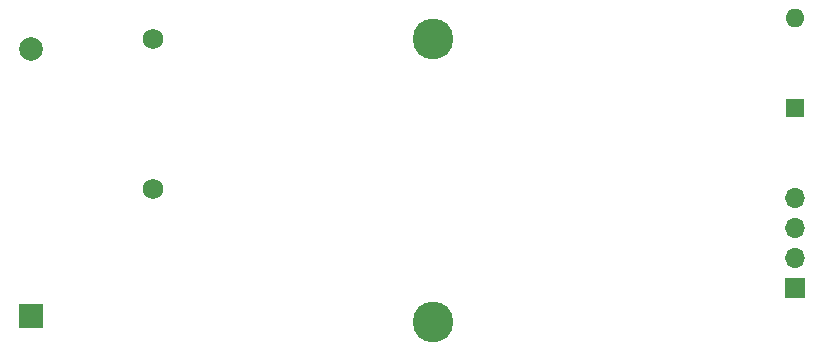
<source format=gbr>
%TF.GenerationSoftware,KiCad,Pcbnew,7.0.7*%
%TF.CreationDate,2023-11-27T17:09:04-06:00*%
%TF.ProjectId,AAA Battery Board,41414120-4261-4747-9465-727920426f61,rev?*%
%TF.SameCoordinates,Original*%
%TF.FileFunction,Soldermask,Top*%
%TF.FilePolarity,Negative*%
%FSLAX46Y46*%
G04 Gerber Fmt 4.6, Leading zero omitted, Abs format (unit mm)*
G04 Created by KiCad (PCBNEW 7.0.7) date 2023-11-27 17:09:04*
%MOMM*%
%LPD*%
G01*
G04 APERTURE LIST*
%ADD10R,1.700000X1.700000*%
%ADD11O,1.700000X1.700000*%
%ADD12R,2.006600X2.006600*%
%ADD13C,2.006600*%
%ADD14R,1.600000X1.600000*%
%ADD15O,1.600000X1.600000*%
%ADD16C,3.450000*%
%ADD17C,1.734000*%
G04 APERTURE END LIST*
D10*
%TO.C,J1*%
X175260000Y-89027000D03*
D11*
X175260000Y-86487000D03*
X175260000Y-83947000D03*
X175260000Y-81407000D03*
%TD*%
D12*
%TO.C,F1*%
X110617000Y-91440000D03*
D13*
X110617000Y-68840000D03*
%TD*%
D14*
%TO.C,D1*%
X175260000Y-73787000D03*
D15*
X175260000Y-66167000D03*
%TD*%
D16*
%TO.C,3 x AAA (~4.5V)*%
X144624000Y-91945000D03*
X144624000Y-67945000D03*
D17*
X120904000Y-80645000D03*
X120904000Y-67945000D03*
%TD*%
M02*

</source>
